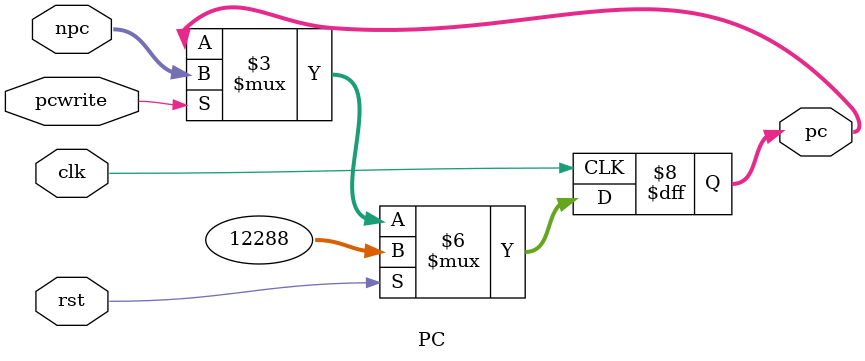
<source format=v>
module PC(clk,rst,npc,pcwrite,pc);
	input clk,rst;
	input[31:0] npc;
	input pcwrite;
	output reg[31:0] pc;
	initial begin
		pc =  32'h3000;
	end

	always @(negedge clk) begin
		if (rst) begin
			pc <= 32'h3000;
		end
		else if(pcwrite)begin
			pc <= npc;
		end
	end
endmodule


</source>
